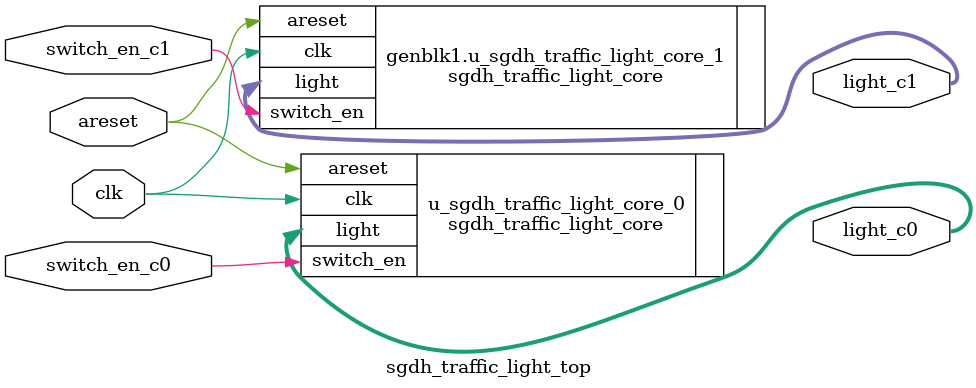
<source format=v>

`include "common_defines.vh"

module sgdh_traffic_light_top #(
// Timing parameters (for simulation purposes, you can adjust as needed)
    parameter RED_TIME_C0       = 3, 
    parameter YELLOW_TIME_C0    = 1, 
    parameter GREEN_TIME_C0     = 2,
    parameter RED_TIME_C1       = 3, 
    parameter YELLOW_TIME_C1    = 1, 
    parameter GREEN_TIME_C1     = 2
) (
    input clk,
    input areset,
    input switch_en_c0,
    input switch_en_c1,
    output [2:0] light_c0, // 3-bit output to represent red, yellow, green lights
    output [2:0] light_c1 // For core 1
);

sgdh_traffic_light_core #(
    .RED_TIME       (RED_TIME_C0       ), 
    .YELLOW_TIME    (YELLOW_TIME_C0    ), 
    .GREEN_TIME     (GREEN_TIME_C0     )
) u_sgdh_traffic_light_core_0 (
    .clk            (clk),
    .areset         (areset),
    .switch_en      (switch_en_c0),
    .light          (light_c0) 
);

generate
  if ((RED_TIME_C1 == 0 ) || (YELLOW_TIME_C1 == 0) || (GREEN_TIME_C1 == 0)) begin 
    // no generate
    assign light_c1 = 0;
  end 
  else begin
  sgdh_traffic_light_core #(
    .RED_TIME       (RED_TIME_C1       ), 
    .YELLOW_TIME    (YELLOW_TIME_C1    ), 
    .GREEN_TIME     (GREEN_TIME_C1     )
) u_sgdh_traffic_light_core_1 (
    .clk            (clk),
    .areset         (areset),
    .switch_en      (switch_en_c1),
    .light          (light_c1) 
);
  end    
endgenerate

endmodule
</source>
